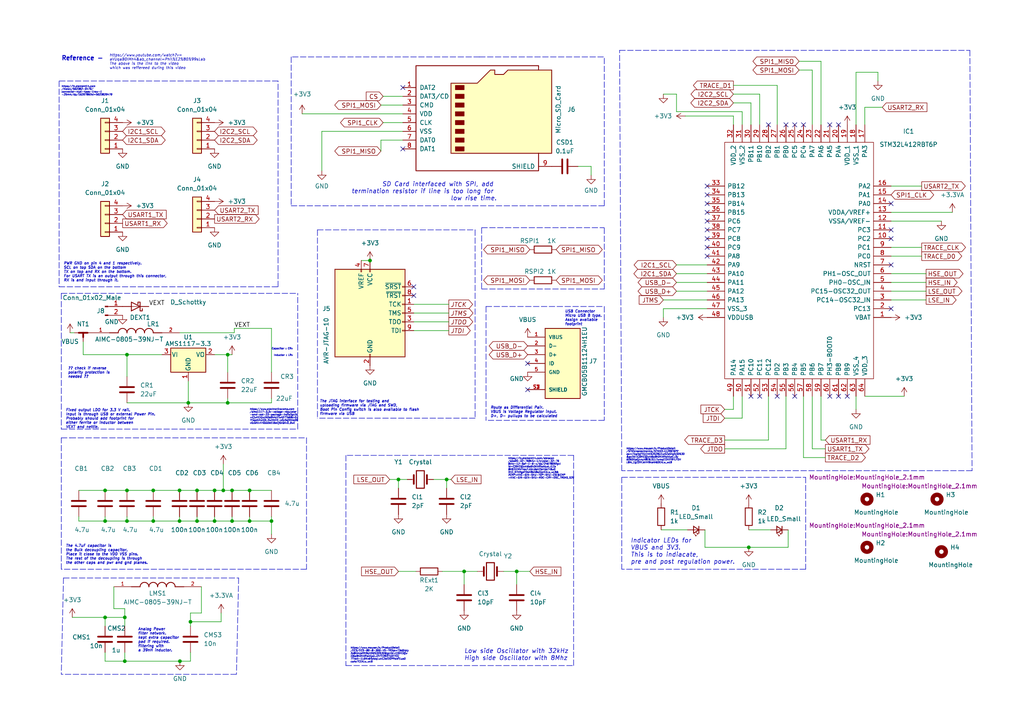
<source format=kicad_sch>
(kicad_sch (version 20211123) (generator eeschema)
  (paper "A4")
  (junction (at 52.07 151.13))
  (junction (at 57.15 142.24))
  (junction (at 64.77 142.24))
  (junction (at 67.31 142.24))
  (junction (at 57.15 151.13))
  (junction (at 62.23 151.13))
  (junction (at 36.195 179.07))
  (junction (at 30.48 179.07))
  (junction (at 129.54 139.065))
  (junction (at 52.1821 191.77))
  (junction (at 44.45 142.24))
  (junction (at 54.61 116.84))
  (junction (at 55.245 180.34))
  (junction (at 66.04 116.84))
  (junction (at 36.83 151.13))
  (junction (at 134.62 165.735))
  (junction (at 72.39 151.13))
  (junction (at 78.74 151.13))
  (junction (at 36.83 102.87))
  (junction (at 115.57 139.065))
  (junction (at 62.23 142.24))
  (junction (at 107.315 75.565))
  (junction (at 217.17 158.75))
  (junction (at 30.48 151.13))
  (junction (at 36.83 142.24))
  (junction (at 66.04 102.87))
  (junction (at 30.48 142.24))
  (junction (at 36.195 191.77))
  (junction (at 52.07 142.24))
  (junction (at 149.86 165.735))
  (junction (at 72.39 142.24))
  (junction (at 44.45 151.13))
  (junction (at 67.31 151.13))
  (no_connect (at 240.665 114.935))
  (no_connect (at 258.445 89.535))
  (no_connect (at 120.015 85.725))
  (no_connect (at 205.105 61.595))
  (no_connect (at 153.035 105.41))
  (no_connect (at 120.015 83.185))
  (no_connect (at 205.105 53.975))
  (no_connect (at 258.445 59.055))
  (no_connect (at 116.84 25.4))
  (no_connect (at 205.105 71.755))
  (no_connect (at 116.84 43.18))
  (no_connect (at 225.425 114.935))
  (no_connect (at 240.665 36.195))
  (no_connect (at 153.035 113.03))
  (no_connect (at 258.445 76.835))
  (no_connect (at 217.805 114.935))
  (no_connect (at 220.345 114.935))
  (no_connect (at 205.105 74.295))
  (no_connect (at 258.445 69.215))
  (no_connect (at 205.105 56.515))
  (no_connect (at 205.105 59.055))
  (no_connect (at 205.105 64.135))
  (no_connect (at 205.105 69.215))
  (no_connect (at 258.445 66.675))
  (no_connect (at 230.505 36.195))
  (no_connect (at 245.745 114.935))
  (no_connect (at 222.885 36.195))
  (no_connect (at 243.205 114.935))
  (no_connect (at 243.205 36.195))
  (no_connect (at 205.105 66.675))
  (no_connect (at 233.045 36.195))
  (no_connect (at 230.505 114.935))
  (no_connect (at 227.965 36.195))
  (polyline (pts (xy 137.795 121.285) (xy 92.075 121.285)))
  (wire (pts (xy 72.39 151.13) (xy 78.74 151.13)))
  (wire (pts (xy 67.31 151.13) (xy 72.39 151.13)))
  (wire (pts (xy 44.45 149.86) (xy 44.45 151.13)))
  (wire (pts (xy 66.04 102.87) (xy 66.04 107.95)))
  (polyline (pts (xy 80.645 23.495) (xy 17.145 23.495)))
  (wire (pts (xy 110.49 30.48) (xy 116.84 30.48)))
  (wire (pts (xy 250.825 36.195) (xy 250.825 31.115)))
  (polyline (pts (xy 84.455 59.69) (xy 175.26 59.69)))
  (wire (pts (xy 204.47 158.75) (xy 217.17 158.75)))
  (polyline (pts (xy 139.7 83.82) (xy 175.26 83.82)))
  (wire (pts (xy 30.48 142.24) (xy 36.83 142.24)))
  (wire (pts (xy 231.775 17.78) (xy 238.125 17.78)))
  (polyline (pts (xy 175.26 59.69) (xy 175.26 16.51)))
  (polyline (pts (xy 84.455 16.51) (xy 84.455 59.69)))
  (wire (pts (xy 36.195 179.07) (xy 36.195 181.61)))
  (wire (pts (xy 228.6 153.67) (xy 228.6 158.75)))
  (wire (pts (xy 44.45 142.24) (xy 52.07 142.24)))
  (wire (pts (xy 30.48 179.07) (xy 36.195 179.07)))
  (wire (pts (xy 212.725 114.935) (xy 212.725 118.745)))
  (wire (pts (xy 62.23 142.24) (xy 64.77 142.24)))
  (wire (pts (xy 250.825 31.115) (xy 255.905 31.115)))
  (wire (pts (xy 22.86 142.24) (xy 30.48 142.24)))
  (wire (pts (xy 192.405 92.075) (xy 192.405 89.535)))
  (wire (pts (xy 64.135 177.8) (xy 64.135 180.34)))
  (wire (pts (xy 36.83 142.24) (xy 44.45 142.24)))
  (polyline (pts (xy 140.97 88.9) (xy 175.26 88.9)))
  (wire (pts (xy 239.395 130.175) (xy 235.585 130.175)))
  (wire (pts (xy 64.135 180.34) (xy 55.245 180.34)))
  (wire (pts (xy 196.215 76.835) (xy 205.105 76.835)))
  (polyline (pts (xy 80.645 83.185) (xy 80.645 23.495)))
  (wire (pts (xy 36.83 102.87) (xy 36.83 109.22)))
  (wire (pts (xy 54.61 116.84) (xy 66.04 116.84)))
  (wire (pts (xy 167.64 48.26) (xy 171.45 48.26)))
  (wire (pts (xy 128.27 165.735) (xy 134.62 165.735)))
  (wire (pts (xy 215.265 114.935) (xy 215.265 121.285)))
  (wire (pts (xy 72.39 149.86) (xy 72.39 151.13)))
  (wire (pts (xy 134.62 165.735) (xy 138.43 165.735)))
  (wire (pts (xy 30.48 149.86) (xy 30.48 151.13)))
  (polyline (pts (xy 139.065 16.51) (xy 84.455 16.51)))
  (wire (pts (xy 115.57 139.065) (xy 115.57 141.605)))
  (wire (pts (xy 20.32 96.52) (xy 21.59 96.52)))
  (wire (pts (xy 248.285 20.955) (xy 254.635 20.955)))
  (wire (pts (xy 191.77 153.67) (xy 199.39 153.67)))
  (wire (pts (xy 93.345 49.53) (xy 93.345 38.1)))
  (wire (pts (xy 196.215 79.375) (xy 205.105 79.375)))
  (wire (pts (xy 66.04 116.84) (xy 66.04 115.57)))
  (wire (pts (xy 258.445 79.375) (xy 268.605 79.375)))
  (wire (pts (xy 62.23 149.86) (xy 62.23 151.13)))
  (polyline (pts (xy 17.145 83.185) (xy 80.645 83.185)))
  (polyline (pts (xy 180.34 138.43) (xy 180.34 165.1)))
  (wire (pts (xy 233.045 132.715) (xy 239.395 132.715)))
  (wire (pts (xy 248.285 114.935) (xy 248.285 118.745)))
  (wire (pts (xy 235.585 20.32) (xy 231.775 20.32)))
  (wire (pts (xy 217.805 29.845) (xy 217.805 36.195)))
  (wire (pts (xy 225.425 24.765) (xy 212.725 24.765)))
  (wire (pts (xy 225.425 36.195) (xy 225.425 24.765)))
  (polyline (pts (xy 18.415 167.64) (xy 17.78 195.58)))
  (polyline (pts (xy 17.78 165.1) (xy 17.78 127)))
  (wire (pts (xy 110.49 40.64) (xy 116.84 40.64)))
  (wire (pts (xy 258.445 61.595) (xy 276.225 61.595)))
  (wire (pts (xy 120.015 88.265) (xy 130.175 88.265)))
  (wire (pts (xy 36.83 116.84) (xy 54.61 116.84)))
  (wire (pts (xy 217.17 158.75) (xy 228.6 158.75)))
  (polyline (pts (xy 17.145 23.495) (xy 17.145 83.185)))
  (wire (pts (xy 62.23 102.87) (xy 66.04 102.87)))
  (wire (pts (xy 113.03 139.065) (xy 115.57 139.065)))
  (polyline (pts (xy 166.37 132.08) (xy 100.33 132.08)))
  (wire (pts (xy 57.15 149.86) (xy 57.15 151.13)))
  (wire (pts (xy 44.45 151.13) (xy 52.07 151.13)))
  (wire (pts (xy 198.755 33.655) (xy 212.725 33.655)))
  (wire (pts (xy 55.245 181.61) (xy 55.245 180.34)))
  (polyline (pts (xy 281.305 14.605) (xy 281.94 136.525)))
  (wire (pts (xy 196.215 27.305) (xy 192.405 27.305)))
  (polyline (pts (xy 175.26 88.9) (xy 175.26 121.92)))
  (wire (pts (xy 134.62 165.735) (xy 134.62 169.545)))
  (wire (pts (xy 258.445 74.295) (xy 267.335 74.295)))
  (polyline (pts (xy 100.33 132.08) (xy 100.33 134.62)))
  (polyline (pts (xy 88.9 165.1) (xy 17.78 165.1)))
  (polyline (pts (xy 92.075 66.675) (xy 137.795 66.675)))
  (wire (pts (xy 78.74 115.57) (xy 78.74 116.84)))
  (wire (pts (xy 52.07 151.13) (xy 57.15 151.13)))
  (wire (pts (xy 22.86 151.13) (xy 30.48 151.13)))
  (wire (pts (xy 22.86 149.86) (xy 22.86 151.13)))
  (wire (pts (xy 258.445 71.755) (xy 267.335 71.755)))
  (polyline (pts (xy 139.7 66.04) (xy 175.26 66.04)))
  (wire (pts (xy 104.775 75.565) (xy 107.315 75.565)))
  (wire (pts (xy 66.04 102.87) (xy 67.31 102.87)))
  (wire (pts (xy 30.48 191.77) (xy 36.195 191.77)))
  (wire (pts (xy 57.15 151.13) (xy 62.23 151.13)))
  (wire (pts (xy 52.07 142.24) (xy 57.15 142.24)))
  (wire (pts (xy 24.13 102.87) (xy 24.13 99.06)))
  (wire (pts (xy 258.445 84.455) (xy 268.605 84.455)))
  (wire (pts (xy 30.48 189.23) (xy 30.48 191.77)))
  (wire (pts (xy 120.015 93.345) (xy 130.175 93.345)))
  (wire (pts (xy 64.77 142.24) (xy 67.31 142.24)))
  (wire (pts (xy 258.445 53.975) (xy 267.335 53.975)))
  (wire (pts (xy 210.185 118.745) (xy 212.725 118.745)))
  (wire (pts (xy 210.185 121.285) (xy 215.265 121.285)))
  (wire (pts (xy 171.45 48.26) (xy 171.45 50.8)))
  (wire (pts (xy 250.825 114.935) (xy 262.255 114.935)))
  (wire (pts (xy 52.07 96.52) (xy 67.945 96.52)))
  (wire (pts (xy 196.215 32.385) (xy 196.215 27.305)))
  (wire (pts (xy 36.195 176.53) (xy 36.195 179.07)))
  (wire (pts (xy 254.635 20.955) (xy 254.635 23.495)))
  (wire (pts (xy 36.83 151.13) (xy 44.45 151.13)))
  (wire (pts (xy 192.405 89.535) (xy 205.105 89.535)))
  (wire (pts (xy 111.125 35.56) (xy 116.84 35.56)))
  (wire (pts (xy 212.725 29.845) (xy 217.805 29.845)))
  (polyline (pts (xy 233.68 165.1) (xy 180.34 165.1)))
  (polyline (pts (xy 139.065 16.51) (xy 175.26 16.51)))
  (wire (pts (xy 129.54 139.065) (xy 130.81 139.065)))
  (wire (pts (xy 30.48 151.13) (xy 36.83 151.13)))
  (wire (pts (xy 67.31 142.24) (xy 72.39 142.24)))
  (wire (pts (xy 120.015 90.805) (xy 130.175 90.805)))
  (wire (pts (xy 36.195 189.23) (xy 36.195 191.77)))
  (wire (pts (xy 78.74 95.25) (xy 78.74 107.95)))
  (wire (pts (xy 78.74 116.84) (xy 66.04 116.84)))
  (polyline (pts (xy 180.34 138.43) (xy 233.68 138.43)))
  (wire (pts (xy 72.39 142.24) (xy 78.74 142.24)))
  (polyline (pts (xy 139.7 66.04) (xy 139.7 83.82)))
  (polyline (pts (xy 175.26 121.92) (xy 140.97 121.92)))
  (wire (pts (xy 227.965 130.175) (xy 210.185 130.175)))
  (wire (pts (xy 215.265 36.195) (xy 215.265 32.385)))
  (wire (pts (xy 93.345 38.1) (xy 116.84 38.1)))
  (wire (pts (xy 115.57 139.065) (xy 118.11 139.065)))
  (wire (pts (xy 238.125 17.78) (xy 238.125 36.195)))
  (wire (pts (xy 30.48 179.07) (xy 30.48 181.61)))
  (wire (pts (xy 146.05 165.735) (xy 149.86 165.735)))
  (wire (pts (xy 235.585 36.195) (xy 235.585 20.32)))
  (wire (pts (xy 52.07 149.86) (xy 52.07 151.13)))
  (wire (pts (xy 258.445 64.135) (xy 273.05 64.135)))
  (polyline (pts (xy 166.37 193.04) (xy 166.37 132.08)))
  (wire (pts (xy 55.245 180.34) (xy 55.245 177.8)))
  (polyline (pts (xy 17.78 85.09) (xy 86.36 85.09)))
  (polyline (pts (xy 100.33 193.04) (xy 166.37 193.04)))
  (wire (pts (xy 54.61 110.49) (xy 54.61 116.84)))
  (wire (pts (xy 149.86 165.735) (xy 149.86 169.545)))
  (wire (pts (xy 233.045 114.935) (xy 233.045 132.715)))
  (wire (pts (xy 20.955 179.07) (xy 30.48 179.07)))
  (wire (pts (xy 78.74 149.86) (xy 78.74 151.13)))
  (wire (pts (xy 57.15 142.24) (xy 62.23 142.24)))
  (wire (pts (xy 33.02 170.18) (xy 33.02 176.53)))
  (wire (pts (xy 258.445 86.995) (xy 268.605 86.995)))
  (wire (pts (xy 258.445 81.915) (xy 268.605 81.915)))
  (wire (pts (xy 149.86 165.735) (xy 153.67 165.735)))
  (polyline (pts (xy 92.075 66.675) (xy 92.075 121.285)))
  (polyline (pts (xy 18.415 167.64) (xy 69.215 167.64)))
  (wire (pts (xy 125.73 139.065) (xy 129.54 139.065)))
  (wire (pts (xy 196.215 81.915) (xy 205.105 81.915)))
  (wire (pts (xy 196.215 84.455) (xy 205.105 84.455)))
  (wire (pts (xy 36.195 191.77) (xy 52.1821 191.77)))
  (wire (pts (xy 212.725 36.195) (xy 212.725 33.655)))
  (wire (pts (xy 129.54 139.065) (xy 129.54 141.605)))
  (wire (pts (xy 67.945 95.25) (xy 78.74 95.25)))
  (polyline (pts (xy 179.705 14.605) (xy 281.305 14.605)))
  (wire (pts (xy 62.23 151.13) (xy 67.31 151.13)))
  (wire (pts (xy 238.125 114.935) (xy 238.125 127.635)))
  (wire (pts (xy 248.285 36.195) (xy 248.285 20.955)))
  (wire (pts (xy 222.885 127.635) (xy 210.185 127.635)))
  (wire (pts (xy 222.885 114.935) (xy 222.885 127.635)))
  (wire (pts (xy 67.945 96.52) (xy 67.945 95.25)))
  (polyline (pts (xy 180.34 136.525) (xy 179.705 14.605)))
  (wire (pts (xy 204.47 153.67) (xy 204.47 158.75)))
  (polyline (pts (xy 88.9 127) (xy 88.9 165.1)))
  (wire (pts (xy 115.57 165.735) (xy 120.65 165.735)))
  (wire (pts (xy 110.49 43.815) (xy 110.49 40.64)))
  (polyline (pts (xy 17.78 85.09) (xy 17.78 124.46)))
  (wire (pts (xy 217.17 153.67) (xy 223.52 153.67)))
  (polyline (pts (xy 175.26 83.82) (xy 175.26 66.04)))
  (wire (pts (xy 196.215 32.385) (xy 215.265 32.385)))
  (polyline (pts (xy 69.215 167.64) (xy 68.58 195.58)))
  (wire (pts (xy 192.405 86.995) (xy 205.105 86.995)))
  (wire (pts (xy 238.125 127.635) (xy 239.395 127.635)))
  (polyline (pts (xy 86.36 124.46) (xy 86.36 85.09)))
  (wire (pts (xy 24.13 102.87) (xy 36.83 102.87)))
  (wire (pts (xy 64.77 134.62) (xy 64.77 142.24)))
  (wire (pts (xy 78.74 151.13) (xy 78.74 154.94)))
  (wire (pts (xy 52.1821 191.77) (xy 55.245 191.77)))
  (polyline (pts (xy 140.97 88.9) (xy 140.97 121.92)))
  (polyline (pts (xy 100.33 134.62) (xy 100.33 193.04)))
  (polyline (pts (xy 17.78 124.46) (xy 86.36 124.46)))
  (wire (pts (xy 220.345 27.305) (xy 212.725 27.305)))
  (wire (pts (xy 36.83 102.87) (xy 46.99 102.87)))
  (polyline (pts (xy 233.68 138.43) (xy 233.68 165.1)))
  (wire (pts (xy 111.125 27.94) (xy 116.84 27.94)))
  (polyline (pts (xy 137.795 66.675) (xy 137.795 121.285)))
  (polyline (pts (xy 20.32 127) (xy 88.9 127)))
  (wire (pts (xy 220.345 36.195) (xy 220.345 27.305)))
  (wire (pts (xy 120.015 95.885) (xy 130.175 95.885)))
  (wire (pts (xy 67.31 149.86) (xy 67.31 151.13)))
  (wire (pts (xy 87.63 33.02) (xy 116.84 33.02)))
  (wire (pts (xy 55.245 177.8) (xy 58.42 177.8)))
  (polyline (pts (xy 68.58 195.58) (xy 17.78 195.58)))
  (wire (pts (xy 33.02 176.53) (xy 36.195 176.53)))
  (wire (pts (xy 227.965 114.935) (xy 227.965 130.175)))
  (wire (pts (xy 55.245 189.23) (xy 55.245 191.77)))
  (wire (pts (xy 235.585 130.175) (xy 235.585 114.935)))
  (wire (pts (xy 36.83 149.86) (xy 36.83 151.13)))
  (wire (pts (xy 58.42 177.8) (xy 58.42 170.18)))
  (polyline (pts (xy 281.94 136.525) (xy 180.34 136.525)))
  (polyline (pts (xy 17.78 127) (xy 20.32 127)))
  (text "Fixed output LDO for 3.3 V rail.\nInput is through USB or external Power Pin.\nProbably should add footprint for \neither ferrite or inductor between \nVEXT and nettie." (at 19.05 124.46 0) (effects (font (size 0.762 0.762) italic) (justify left bottom)))
  (text "USB Connector\nMicro USB B type.\nAssign available \nfootprint" (at 163.83 94.615 0) (effects (font (size 0.762 0.762) italic) (justify left bottom)))
  (text "The JTAG interface for testing and\nuploading firmware via JTAG and SWD,\nBoot Pin Config switch is also available to flash \nfirmware via USB" (at 92.71 120.65 0) (effects (font (size 0.762 0.762) italic) (justify left bottom)))
  (text "Capacitor : CRx\n" (at 78.74 101.6 0) (effects (font (size 0.508 0.508)) (justify left bottom)))
  (text "SD Card interfaced with SPI, add \ntermination resistor if line is too long for \nlow rise time." (at 144.145 58.42 180) (effects (font (size 1.27 1.27) italic) (justify right bottom)))
  (text "?? check if reverse \npolarity protection is \nneeded ??" (at 19.685 109.855 0) (effects (font (size 0.75 0.75) italic) (justify left bottom)))
  (text "Reference - " (at 17.78 17.78 0) (effects (font (size 1.27 1.27) (thickness 0.254) bold) (justify left bottom)))
  (text "Indicator LEDs for \nVBUS and 3V3.\nThis is to indiacate,\npre and post regulation power." (at 182.88 163.83 0) (effects (font (size 1.27 1.27) italic) (justify left bottom)))
  (text "https://www.mouser.in/ProductDetail\n/STMicroelectronics/STM32L412RBT6P?\nqs=l7cgNqFNU1hh%252BU1wOZs5Xg%3D%3D\n&gclid=Cj0KCQjwkt6aBhDKARIsAAyeLJ3y\n6O6DXpGyvnyV8E9LS1LTwmqEi2KtY9YLFOH\nL8m_1gZDiKJeVH9kaAh6DEALw_wcB" (at 181.61 134.62 0) (effects (font (size 0.5 0.5) italic) (justify left bottom)))
  (text "https://in.element14.com/abracon\n/abs05-32-768khz-t/crystal-32-76\n8khz-12-5pf-1-6-x/dp/2467859?gcl\nid=Cj0KCQjwkt6aBhDKARIsAAyeLJ1Za\n8h9IXKMhFnovFJltkL6aVZbkVakTrBuO\nNVZ_SThMgdFOoH8o48aAtprEALw_wcB&\n?CMP=KNC-GIN-SKU-TOP-SKU-CSE&CMP\n=KNC-GIN-GEN-SKU-MDC-CRY-OSC_TROAS_S29" (at 147.32 139.065 0) (effects (font (size 0.5 0.5) italic) (justify left bottom)))
  (text "https://www.youtube.com/watch?v=\naVUqaB0IMh4&ab_channel=Phil%E2%80%99sLab\nThe above is the link to the video \nwhich was reffereed during this video " (at 31.75 20.32 0) (effects (font (size 0.762 0.762) (thickness 0.1016) bold italic) (justify left bottom)))
  (text "Analog Power \nfilter network.\nkept extra capacitor \npad if required.\nfiltering with \na 39nH inductor." (at 40.005 189.23 0) (effects (font (size 0.762 0.762) italic) (justify left bottom)))
  (text "Low side Oscillator with 32kHz\nHigh side Oscillator with 8Mhz" (at 134.62 191.77 0) (effects (font (size 1.27 1.27) italic) (justify left bottom)))
  (text "Route as Differential Pair.\nVBUS is Voltage Regulator input.\nD+, D- pullups to be calculated" (at 142.24 121.285 0) (effects (font (size 0.762 0.762) italic) (justify left bottom)))
  (text "https://www.mouser.in/ProductDetail\n/ECS/ECS-80-8-30Q-VS-TR?qs=T3oQrply\n3y8AmzaMN9qXDQ%3D%3D&gclid=Cj0KCQjw\nkt6aBhDKARIsAAyeLJ2VTiI393T4jAi7t4j\n7TVoN-1L0Mv6fbAeqLwkC2of2DPPoWf1uoO\ncaAo7CEALw_wcB" (at 101.6 192.405 0) (effects (font (size 0.5 0.5) italic) (justify left bottom)))
  (text "https://www.electronicscomp.com\n/ams1117-3.3v-voltage-regulator\n-smd-sot-23-package-india?gclid\n=CjwKCAjwzNOaBhAcEiwAD7Tb6BcvDJ\nTFegdkKwVjD_MuHhKM-s5xSejMhto0B\nvGzoNlv4YdbbDeElBoCjGkQAvD_BwE" (at 72.39 123.19 0) (effects (font (size 0.5 0.5) italic) (justify left bottom)))
  (text "https://in.element14.com\n/molex/502382-0470/\nconnector-rcpt-4pos-1row-1\n-25mm/dp/1620786?st=5023820470" (at 17.78 27.94 0) (effects (font (size 0.5 0.5) italic) (justify left bottom)))
  (text "Inductor : LRx\n" (at 79.375 103.505 0) (effects (font (size 0.508 0.508)) (justify left bottom)))
  (text "PWR GND on pin 4 and 1 respectively.\nSCL on top SDA on the bottom\nTX on top and RX on the bottom.\nFor USART TX is an output through this connector,\nRX is and input through it." (at 18.415 81.915 0) (effects (font (size 0.762 0.762) italic) (justify left bottom)))
  (text "The 4.7uF capacitor is \nthe Bulk decoupling capacitor.\nPlace it close to the VDD VSS pins.\nThe rest of the decoupling is through \nthe other caps and pwr and gnd planes." (at 19.05 163.83 0) (effects (font (size 0.762 0.762) italic) (justify left bottom)))
  (label "VEXT" (at 43.18 88.9 0))
  (label "VEXT" (at 67.945 95.25 0))
  (global_label "I2C2_SCL" (shape bidirectional) (at 62.23 38.1 0) (property "Intersheet References" "${INTERSHEET_REFS}" (effects hide)))
  (global_label "JTDI" (shape output) (at 130.175 95.885 0) (effects (font italic)) (property "Intersheet References" "${INTERSHEET_REFS}" (effects hide)))
  (global_label "USART2_TX" (shape input) (at 62.23 60.96 0) (property "Intersheet References" "${INTERSHEET_REFS}" (effects hide)))
  (global_label "HSE_OUT" (shape output) (at 268.605 79.375 0) (property "Intersheet References" "${INTERSHEET_REFS}" (effects hide)))
  (global_label "SPI1_MISO" (shape bidirectional) (at 161.29 72.39 0) (property "Intersheet References" "${INTERSHEET_REFS}" (effects hide)))
  (global_label "LSE_OUT" (shape input) (at 113.03 139.065 180) (property "Intersheet References" "${INTERSHEET_REFS}" (effects hide)))
  (global_label "USART1_RX" (shape output) (at 35.56 64.77 0) (property "Intersheet References" "${INTERSHEET_REFS}" (effects hide)))
  (global_label "SPI1_MOSI" (shape bidirectional) (at 161.29 81.28 0) (property "Intersheet References" "${INTERSHEET_REFS}" (effects hide)))
  (global_label "USB_D-" (shape bidirectional) (at 153.035 100.33 180) (property "Intersheet References" "${INTERSHEET_REFS}" (effects hide)))
  (global_label "JTDO" (shape output) (at 130.175 93.345 0) (effects (font italic)) (property "Intersheet References" "${INTERSHEET_REFS}" (effects hide)))
  (global_label "JTDI" (shape input) (at 210.185 121.285 180) (property "Intersheet References" "${INTERSHEET_REFS}" (effects hide)))
  (global_label "USART2_RX" (shape input) (at 255.905 31.115 0) (property "Intersheet References" "${INTERSHEET_REFS}" (effects hide)))
  (global_label "TRACE_CLK" (shape output) (at 267.335 71.755 0) (property "Intersheet References" "${INTERSHEET_REFS}" (effects hide)))
  (global_label "I2C1_SCL" (shape bidirectional) (at 196.215 76.835 180) (property "Intersheet References" "${INTERSHEET_REFS}" (effects hide)))
  (global_label "SPI1_MISO" (shape bidirectional) (at 153.67 72.39 180) (property "Intersheet References" "${INTERSHEET_REFS}" (effects hide)))
  (global_label "HSE_IN" (shape input) (at 153.67 165.735 0) (property "Intersheet References" "${INTERSHEET_REFS}" (effects hide)))
  (global_label "I2C2_SDA" (shape bidirectional) (at 212.725 29.845 180) (property "Intersheet References" "${INTERSHEET_REFS}" (effects hide)))
  (global_label "SPI1_MOSI" (shape bidirectional) (at 153.67 81.28 180) (property "Intersheet References" "${INTERSHEET_REFS}" (effects hide)))
  (global_label "USART1_RX" (shape input) (at 239.395 127.635 0) (property "Intersheet References" "${INTERSHEET_REFS}" (effects hide)))
  (global_label "SPI1_MOSI" (shape bidirectional) (at 110.49 30.48 180) (property "Intersheet References" "${INTERSHEET_REFS}" (effects hide)))
  (global_label "TRACE_D0" (shape output) (at 267.335 74.295 0) (property "Intersheet References" "${INTERSHEET_REFS}" (effects hide)))
  (global_label "USART1_TX" (shape input) (at 35.56 62.23 0) (property "Intersheet References" "${INTERSHEET_REFS}" (effects hide)))
  (global_label "USART2_TX" (shape output) (at 267.335 53.975 0) (property "Intersheet References" "${INTERSHEET_REFS}" (effects hide)))
  (global_label "JTMS" (shape input) (at 192.405 86.995 180) (property "Intersheet References" "${INTERSHEET_REFS}" (effects hide)))
  (global_label "USB_D-" (shape bidirectional) (at 196.215 81.915 180) (property "Intersheet References" "${INTERSHEET_REFS}" (effects hide)))
  (global_label "SPI1_MISO" (shape bidirectional) (at 231.775 17.78 180) (property "Intersheet References" "${INTERSHEET_REFS}" (effects hide)))
  (global_label "HSE_OUT" (shape input) (at 115.57 165.735 180) (property "Intersheet References" "${INTERSHEET_REFS}" (effects hide)))
  (global_label "CS" (shape input) (at 111.125 27.94 180) (property "Intersheet References" "${INTERSHEET_REFS}" (effects hide)))
  (global_label "JTCK" (shape output) (at 130.175 88.265 0) (effects (font italic)) (property "Intersheet References" "${INTERSHEET_REFS}" (effects hide)))
  (global_label "LSE_IN" (shape input) (at 130.81 139.065 0) (property "Intersheet References" "${INTERSHEET_REFS}" (effects hide)))
  (global_label "USB_D+" (shape bidirectional) (at 196.215 84.455 180) (property "Intersheet References" "${INTERSHEET_REFS}" (effects hide)))
  (global_label "I2C1_SCL" (shape bidirectional) (at 35.56 38.1 0) (property "Intersheet References" "${INTERSHEET_REFS}" (effects hide)))
  (global_label "TRACE_D3" (shape output) (at 210.185 127.635 180) (property "Intersheet References" "${INTERSHEET_REFS}" (effects hide)))
  (global_label "LSE_IN" (shape output) (at 268.605 86.995 0) (property "Intersheet References" "${INTERSHEET_REFS}" (effects hide)))
  (global_label "TRACE_D2" (shape output) (at 239.395 132.715 0) (property "Intersheet References" "${INTERSHEET_REFS}" (effects hide)))
  (global_label "SPI1_MOSI" (shape bidirectional) (at 231.775 20.32 180) (property "Intersheet References" "${INTERSHEET_REFS}" (effects hide)))
  (global_label "SPI1_MISO" (shape bidirectional) (at 110.49 43.815 180) (property "Intersheet References" "${INTERSHEET_REFS}" (effects hide)))
  (global_label "JTMS" (shape output) (at 130.175 90.805 0) (effects (font italic)) (property "Intersheet References" "${INTERSHEET_REFS}" (effects hide)))
  (global_label "JTCK" (shape input) (at 210.185 118.745 180) (property "Intersheet References" "${INTERSHEET_REFS}" (effects hide)))
  (global_label "SPI1_CLK" (shape bidirectional) (at 111.125 35.56 180) (property "Intersheet References" "${INTERSHEET_REFS}" (effects hide)))
  (global_label "USART2_RX" (shape output) (at 62.23 63.5 0) (property "Intersheet References" "${INTERSHEET_REFS}" (effects hide)))
  (global_label "I2C2_SDA" (shape bidirectional) (at 62.23 40.64 0) (property "Intersheet References" "${INTERSHEET_REFS}" (effects hide)))
  (global_label "HSE_IN" (shape output) (at 268.605 81.915 0) (property "Intersheet References" "${INTERSHEET_REFS}" (effects hide)))
  (global_label "USART1_TX" (shape output) (at 239.395 130.175 0) (property "Intersheet References" "${INTERSHEET_REFS}" (effects hide)))
  (global_label "TRACE_D1" (shape output) (at 212.725 24.765 180) (property "Intersheet References" "${INTERSHEET_REFS}" (effects hide)))
  (global_label "USB_D+" (shape bidirectional) (at 153.035 102.87 180) (property "Intersheet References" "${INTERSHEET_REFS}" (effects hide)))
  (global_label "SPI1_CLK" (shape bidirectional) (at 258.445 56.515 0) (property "Intersheet References" "${INTERSHEET_REFS}" (effects hide)))
  (global_label "LSE_OUT" (shape output) (at 268.605 84.455 0) (property "Intersheet References" "${INTERSHEET_REFS}" (effects hide)))
  (global_label "JTDO" (shape output) (at 210.185 130.175 180) (property "Intersheet References" "${INTERSHEET_REFS}" (effects hide)))
  (global_label "I2C1_SDA" (shape bidirectional) (at 35.56 40.64 0) (property "Intersheet References" "${INTERSHEET_REFS}" (effects hide)))
  (global_label "I2C1_SDA" (shape bidirectional) (at 196.215 79.375 180) (property "Intersheet References" "${INTERSHEET_REFS}" (effects hide)))
  (global_label "I2C2_SCL" (shape bidirectional) (at 212.725 27.305 180) (property "Intersheet References" "${INTERSHEET_REFS}" (effects hide)))
  (symbol (lib_id "power:+3V3") (at 64.77 134.62 0) (unit 1)
    (property "Reference" "#PWR0102" (effects hide))
    (property "Value" "+3V3" (at 64.77 129.54 0))
  )
  (symbol (lib_id "power:+3V3") (at 62.23 58.42 270) (unit 1)
    (property "Reference" "#PWR0110" (effects hide))
    (property "Value" "+3V3" (at 66.04 58.4199 90) (effects (justify left)))
  )
  (symbol (lib_id "Device:C") (at 134.62 173.355 0) (unit 1)
    (property "Reference" "Cl3" (at 138.43 172.0849 0) (effects (justify left)))
    (property "Value" "10pF" (at 138.43 174.6249 0) (effects (justify left)))
    (property "Footprint" "Capacitor_SMD:C_0402_1005Metric" (effects hide))
  )
  (symbol (lib_id "Device:Crystal") (at 121.92 139.065 0) (unit 1)
    (property "Reference" "Y1" (at 115.57 133.985 0))
    (property "Value" "Crystal" (at 121.92 133.985 0))
    (property "Footprint" "SamacSys_Parts:ABS05W32768KHZD2T" (effects hide))
  )
  (symbol (lib_id "Device:C") (at 44.45 146.05 0) (unit 1)
    (property "Reference" "CD1" (at 43.18 135.89 0) (effects (justify left)))
    (property "Value" "4.7u" (at 43.18 153.67 0) (effects (justify left)))
    (property "Footprint" "Capacitor_SMD:C_0402_1005Metric" (effects hide))
  )
  (symbol (lib_id "power:GND") (at 254.635 23.495 0) (unit 1)
    (property "Reference" "#PWR0137" (effects hide))
    (property "Value" "GND" (at 254.635 28.575 0))
  )
  (symbol (lib_id "Device:C") (at 78.74 111.76 0) (unit 1)
    (property "Reference" "CR3" (at 81.28 109.22 0) (effects (justify left)))
    (property "Value" "22uF" (at 80.01 115.57 0) (effects (justify left)))
    (property "Footprint" "Capacitor_SMD:C_0402_1005Metric" (effects hide))
  )
  (symbol (lib_id "Device:C") (at 30.48 146.05 0) (unit 1)
    (property "Reference" "CB2" (at 29.21 135.89 0) (effects (justify left)))
    (property "Value" "4.7u" (at 29.21 153.67 0) (effects (justify left)))
    (property "Footprint" "Capacitor_SMD:C_0805_2012Metric" (effects hide))
  )
  (symbol (lib_id "power:GND") (at 115.57 149.225 0) (unit 1)
    (property "Reference" "#PWR0118" (effects hide))
    (property "Value" "GND" (at 115.57 154.305 0))
  )
  (symbol (lib_id "Connector_Generic:Conn_01x04") (at 57.15 63.5 180) (unit 1)
    (property "Reference" "J4" (at 57.15 52.07 0))
    (property "Value" "Conn_01x04" (at 57.15 54.61 0))
    (property "Footprint" "SamacSys_Parts:502382-0470" (effects hide))
  )
  (symbol (lib_id "power:GND") (at 62.23 43.18 0) (unit 1)
    (property "Reference" "#PWR0113" (effects hide))
    (property "Value" "GND" (at 62.23 48.26 0))
  )
  (symbol (lib_id "Device:C") (at 22.86 146.05 0) (unit 1)
    (property "Reference" "CB1" (at 21.59 135.89 0) (effects (justify left)))
    (property "Value" "4.7u" (at 21.59 153.67 0) (effects (justify left)))
    (property "Footprint" "Capacitor_SMD:C_0805_2012Metric" (effects hide))
  )
  (symbol (lib_id "power:GND") (at 153.035 107.95 0) (unit 1)
    (property "Reference" "#PWR0133" (effects hide))
    (property "Value" "GND" (at 149.86 109.855 0))
  )
  (symbol (lib_id "power:VBUS") (at 191.77 146.05 0) (unit 1)
    (property "Reference" "#PWR0128" (effects hide))
    (property "Value" "VBUS" (at 191.77 140.97 0))
  )
  (symbol (lib_id "power:+3.3VA") (at 64.135 177.8 0) (unit 1)
    (property "Reference" "#PWR0103" (effects hide))
    (property "Value" "+3.3VA" (at 64.135 172.72 0))
  )
  (symbol (lib_id "power:GND") (at 134.62 177.165 0) (unit 1)
    (property "Reference" "#PWR0120" (effects hide))
    (property "Value" "GND" (at 134.62 182.245 0))
  )
  (symbol (lib_id "power:GND") (at 129.54 149.225 0) (unit 1)
    (property "Reference" "#PWR0121" (effects hide))
    (property "Value" "GND" (at 129.54 154.305 0))
  )
  (symbol (lib_id "power:GND") (at 171.45 50.8 0) (unit 1)
    (property "Reference" "#PWR0117" (effects hide))
    (property "Value" "GND" (at 171.45 55.245 0))
  )
  (symbol (lib_id "Connector_Generic:Conn_01x04") (at 57.15 40.64 180) (unit 1)
    (property "Reference" "J3" (at 57.15 29.21 0))
    (property "Value" "Conn_01x04" (at 57.15 31.75 0))
    (property "Footprint" "SamacSys_Parts:502382-0470" (effects hide))
  )
  (symbol (lib_id "power:+3V3") (at 205.105 92.075 90) (unit 1)
    (property "Reference" "#PWR0135" (effects hide))
    (property "Value" "+3V3" (at 201.295 92.0749 90) (effects (justify left)))
  )
  (symbol (lib_id "Mechanical:MountingHole") (at 271.78 144.78 0) (unit 1)
    (property "Reference" "H3" (at 274.32 143.5099 0) (effects (justify left)))
    (property "Value" "MountingHole" (at 267.97 148.59 0) (effects (justify left)))
    (property "Footprint" "MountingHole:MountingHole_2.1mm" (at 266.7 140.97 0))
  )
  (symbol (lib_id "Device:C") (at 62.23 146.05 0) (unit 1)
    (property "Reference" "CD4" (at 60.96 137.16 0) (effects (justify left)))
    (property "Value" "100n" (at 59.69 153.67 0) (effects (justify left)))
    (property "Footprint" "Capacitor_SMD:C_0402_1005Metric" (effects hide))
  )
  (symbol (lib_id "Device:R") (at 157.48 72.39 90) (unit 1)
    (property "Reference" "RSPI1" (at 153.67 69.85 90))
    (property "Value" "1K" (at 160.02 69.85 90))
    (property "Footprint" "Resistor_SMD:R_0402_1005Metric" (effects hide))
  )
  (symbol (lib_id "power:+3V3") (at 262.255 114.935 0) (unit 1)
    (property "Reference" "#PWR0123" (effects hide))
    (property "Value" "+3V3" (at 262.255 109.855 0))
  )
  (symbol (lib_id "power:GND") (at 52.1821 191.77 0) (unit 1)
    (property "Reference" "#PWR0140" (effects hide))
    (property "Value" "GND" (at 52.1821 196.85 0))
  )
  (symbol (lib_id "Device:C") (at 57.15 146.05 0) (unit 1)
    (property "Reference" "CD3" (at 55.88 137.16 0) (effects (justify left)))
    (property "Value" "100n" (at 54.61 153.67 0) (effects (justify left)))
    (property "Footprint" "Capacitor_SMD:C_0402_1005Metric" (effects hide))
  )
  (symbol (lib_id "power:+3V3") (at 67.31 102.87 0) (unit 1)
    (property "Reference" "#PWR0105" (effects hide))
    (property "Value" "+3V3" (at 67.31 97.79 0))
  )
  (symbol (lib_id "GMCB05B11124H1EU:GMCB05B11124H1EU") (at 163.195 105.41 0) (unit 1)
    (property "Reference" "J7" (at 170.815 104.775 0) (effects (justify left)))
    (property "Value" "GMCB05B11124H1EU" (at 169.545 114.935 90) (effects (justify left)))
    (property "Footprint" "GMCB05B11124H1EU (1):AMPHENOL_GMCB05B11124H1EU" (effects hide))
    (property "PARTREV" "C" (effects hide))
    (property "MAXIMUM_PACKAGE_HEIGHT" "6.7 mm" (effects hide))
    (property "MANUFACTURER" "Amphenol" (effects hide))
    (property "STANDARD" "Manufacturer Recommendations" (effects hide))
  )
  (symbol (lib_id "Mechanical:MountingHole") (at 273.05 160.02 0) (unit 1)
    (property "Reference" "H4" (at 275.59 158.7499 0) (effects (justify left)))
    (property "Value" "MountingHole" (at 269.24 163.83 0) (effects (justify left)))
    (property "Footprint" "MountingHole:MountingHole_2.1mm" (at 266.7 154.94 0))
  )
  (symbol (lib_id "power:+3V3") (at 245.745 36.195 0) (unit 1)
    (property "Reference" "#PWR0136" (effects hide))
    (property "Value" "+3V3" (at 245.745 31.115 0))
  )
  (symbol (lib_id "Device:R") (at 124.46 165.735 90) (unit 1)
    (property "Reference" "RExt1" (at 124.46 168.275 90))
    (property "Value" "2K" (at 124.46 170.815 90))
    (property "Footprint" "Resistor_SMD:R_0603_1608Metric" (effects hide))
  )
  (symbol (lib_id "Device:C") (at 67.31 146.05 0) (unit 1)
    (property "Reference" "CD5" (at 66.04 137.16 0) (effects (justify left)))
    (property "Value" "100n" (at 64.77 153.67 0) (effects (justify left)))
    (property "Footprint" "Capacitor_SMD:C_0402_1005Metric" (effects hide))
  )
  (symbol (lib_id "power:+3V3") (at 62.23 35.56 270) (unit 1)
    (property "Reference" "#PWR0111" (effects hide))
    (property "Value" "+3V3" (at 66.04 35.5599 90) (effects (justify left)))
  )
  (symbol (lib_id "power:+3V3") (at 35.56 59.69 270) (unit 1)
    (property "Reference" "#PWR0107" (effects hide))
    (property "Value" "+3V3" (at 39.37 59.6899 90) (effects (justify left)))
  )
  (symbol (lib_id "Device:C") (at 55.245 185.42 0) (unit 1)
    (property "Reference" "CMS3" (at 59.055 184.1499 0) (effects (justify left)))
    (property "Value" "10n" (at 59.055 186.6899 0) (effects (justify left)))
    (property "Footprint" "Capacitor_SMD:C_0805_2012Metric" (effects hide))
  )
  (symbol (lib_id "power:GND") (at 35.56 91.44 0) (unit 1)
    (property "Reference" "#PWR0142" (effects hide))
    (property "Value" "GND" (at 32.385 93.345 0))
  )
  (symbol (lib_id "power:GND") (at 35.56 43.18 0) (unit 1)
    (property "Reference" "#PWR0108" (effects hide))
    (property "Value" "GND" (at 35.56 48.26 0))
  )
  (symbol (lib_id "Device:Crystal") (at 142.24 165.735 0) (unit 1)
    (property "Reference" "Y2" (at 147.32 161.29 0))
    (property "Value" "Crystal" (at 142.24 160.655 0))
    (property "Footprint" "SamacSys_Parts:ECS80830QVSTR" (effects hide))
  )
  (symbol (lib_id "STM32L412RBT6P:STM32L412RBT6P") (at 258.445 92.075 180) (unit 1)
    (property "Reference" "IC1" (at 263.525 38.1 0))
    (property "Value" "STM32L412RBT6P" (at 263.525 41.91 0))
    (property "Footprint" "QFP50P1200X1200X160-64N" (effects hide))
    (property "Datasheet" "https://www.st.com/resource/en/datasheet/stm32l412c8.pdf" (effects hide))
    (property "Description" "ARM Microcontrollers - MCU" (effects hide))
    (property "Height" "1.6" (effects hide))
    (property "Mouser Part Number" "511-STM32L412RBT6P" (effects hide))
    (property "Mouser Price/Stock" "https://www.mouser.co.uk/ProductDetail/STMicroelectronics/STM32L412RBT6P?qs=l7cgNqFNU1hh%252BU1wOZs5Xg%3D%3D" (effects hide))
    (property "Manufacturer_Name" "STMicroelectronics" (effects hide))
    (property "Manufacturer_Part_Number" "STM32L412RBT6P" (effects hide))
  )
  (symbol (lib_id "power:+3.3VA") (at 276.225 61.595 0) (unit 1)
    (property "Reference" "#PWR0138" (effects hide))
    (property "Value" "+3.3VA" (at 276.225 56.515 0))
  )
  (symbol (lib_id "power:GND") (at 273.05 64.135 0) (unit 1)
    (property "Reference" "#PWR0139" (effects hide))
    (property "Value" "GND" (at 273.05 69.215 0))
  )
  (symbol (lib_id "power:GND") (at 248.285 118.745 0) (unit 1)
    (property "Reference" "#PWR0126" (effects hide))
    (property "Value" "GND" (at 248.285 123.825 0))
  )
  (symbol (lib_id "Device:C") (at 36.83 113.03 0) (unit 1)
    (property "Reference" "CR1" (at 40.64 111.76 0) (effects (justify left)))
    (property "Value" "22uF" (at 40.64 114.2999 0) (effects (justify left)))
    (property "Footprint" "Capacitor_SMD:C_0402_1005Metric" (effects hide))
  )
  (symbol (lib_id "power:+3V3") (at 87.63 33.02 0) (unit 1)
    (property "Reference" "#PWR0115" (effects hide))
    (property "Value" "+3V3" (at 87.63 27.305 0))
  )
  (symbol (lib_id "Device:NetTie_3_Tee") (at 24.13 96.52 0) (unit 1)
    (property "Reference" "NT1" (at 24.13 93.98 0))
    (property "Value" "NetTie_3_Tee" (effects hide))
    (property "Footprint" "NetTie:NetTie-3_SMD_Pad2.0mm" (effects hide))
  )
  (symbol (lib_id "Connector:Conn_01x02_Male") (at 30.48 88.9 0) (unit 1)
    (property "Reference" "J8" (at 29.21 90.17 0))
    (property "Value" "Conn_01x02_Male" (at 26.67 86.36 0))
    (property "Footprint" "Connector_PinHeader_2.54mm:PinHeader_1x02_P2.54mm_Vertical" (effects hide))
  )
  (symbol (lib_id "Connector:AVR-JTAG-10") (at 107.315 90.805 0) (unit 1)
    (property "Reference" "J5" (at 95.885 89.5349 0) (effects (justify right)))
    (property "Value" "AVR-JTAG-10" (at 94.615 92.075 90) (effects (justify right)))
    (property "Footprint" "SamacSys_Parts:FTSH10501LDVK" (effects hide))
    (property "Datasheet" " ~" (effects hide))
  )
  (symbol (lib_id "Device:LED_Small") (at 226.06 153.67 180) (unit 1)
    (property "Reference" "D2" (at 225.9965 147.32 0))
    (property "Value" "LED_Small" (at 227.33 150.495 0))
    (property "Footprint" "LED_SMD:LED_0805_2012Metric" (effects hide))
  )
  (symbol (lib_id "Mechanical:MountingHole") (at 251.46 158.75 0) (unit 1)
    (property "Reference" "H2" (at 254 157.4799 0) (effects (justify left)))
    (property "Value" "MountingHole" (at 247.65 162.56 0) (effects (justify left)))
    (property "Footprint" "MountingHole:MountingHole_2.1mm" (at 251.46 152.4 0))
  )
  (symbol (lib_id "Device:C") (at 52.07 146.05 0) (unit 1)
    (property "Reference" "CD2" (at 50.8 137.16 0) (effects (justify left)))
    (property "Value" "100n" (at 49.53 153.67 0) (effects (justify left)))
    (property "Footprint" "Capacitor_SMD:C_0402_1005Metric" (effects hide))
  )
  (symbol (lib_id "power:GND") (at 54.61 116.84 0) (unit 1)
    (property "Reference" "#PWR0141" (effects hide))
    (property "Value" "GND" (at 54.61 121.92 0))
  )
  (symbol (lib_id "Device:C") (at 115.57 145.415 0) (unit 1)
    (property "Reference" "Cl1" (at 119.38 144.1449 0) (effects (justify left)))
    (property "Value" "2pF" (at 119.38 146.6849 0) (effects (justify left)))
    (property "Footprint" "Capacitor_SMD:C_0402_1005Metric" (effects hide))
  )
  (symbol (lib_id "Device:C") (at 149.86 173.355 0) (unit 1)
    (property "Reference" "Cl4" (at 153.67 172.0849 0) (effects (justify left)))
    (property "Value" "10pF" (at 153.67 174.6249 0) (effects (justify left)))
    (property "Footprint" "Capacitor_SMD:C_0402_1005Metric" (effects hide))
  )
  (symbol (lib_id "Mechanical:MountingHole") (at 251.46 144.78 0) (unit 1)
    (property "Reference" "H1" (at 254 143.5099 0) (effects (justify left)))
    (property "Value" "MountingHole" (at 247.65 148.59 0) (effects (justify left)))
    (property "Footprint" "MountingHole:MountingHole_2.1mm" (at 251.46 138.43 0))
  )
  (symbol (lib_id "Device:D_Schottky") (at 39.37 88.9 180) (unit 1)
    (property "Reference" "DEXT1" (at 40.64 92.075 0))
    (property "Value" "D_Schottky" (at 54.61 87.63 0))
    (property "Footprint" "SamacSys_Parts:AQ120501ETG" (effects hide))
  )
  (symbol (lib_id "Device:C") (at 36.83 146.05 0) (unit 1)
    (property "Reference" "CB3" (at 35.56 135.89 0) (effects (justify left)))
    (property "Value" "4.7u" (at 35.56 153.67 0) (effects (justify left)))
    (property "Footprint" "Capacitor_SMD:C_0805_2012Metric" (effects hide))
  )
  (symbol (lib_id "power:GND") (at 192.405 27.305 0) (unit 1)
    (property "Reference" "#PWR0125" (effects hide))
    (property "Value" "GND" (effects hide))
  )
  (symbol (lib_id "Device:C") (at 30.48 185.42 0) (unit 1)
    (property "Reference" "CMS1" (at 20.955 184.785 0) (effects (justify left)))
    (property "Value" "10n" (at 26.035 187.325 0) (effects (justify left)))
    (property "Footprint" "Capacitor_SMD:C_0805_2012Metric" (effects hide))
  )
  (symbol (lib_id "Device:R") (at 157.48 81.28 90) (unit 1)
    (property "Reference" "RSPI2" (at 154.94 78.74 90))
    (property "Value" "1K" (at 160.02 78.74 90))
    (property "Footprint" "Resistor_SMD:R_0402_1005Metric" (effects hide))
  )
  (symbol (lib_id "Device:C") (at 129.54 145.415 0) (unit 1)
    (property "Reference" "Cl2" (at 133.35 144.1449 0) (effects (justify left)))
    (property "Value" "2pF" (at 133.35 146.6849 0) (effects (justify left)))
    (property "Footprint" "Capacitor_SMD:C_0402_1005Metric" (effects hide))
  )
  (symbol (lib_id "Device:C") (at 72.39 146.05 0) (unit 1)
    (property "Reference" "CD6" (at 71.12 137.16 0) (effects (justify left)))
    (property "Value" "100n" (at 69.85 153.67 0) (effects (justify left)))
    (property "Footprint" "Capacitor_SMD:C_0402_1005Metric" (effects hide))
  )
  (symbol (lib_id "Device:R") (at 191.77 149.86 0) (unit 1)
    (property "Reference" "R1" (at 194.31 148.5899 0) (effects (justify left)))
    (property "Value" "1k" (at 194.31 151.1299 0) (effects (justify left)))
    (property "Footprint" "Resistor_SMD:R_0805_2012Metric" (effects hide))
  )
  (symbol (lib_id "power:GND") (at 107.315 106.045 0) (unit 1)
    (property "Reference" "#PWR0132" (effects hide))
    (property "Value" "GND" (at 107.315 111.125 0))
  )
  (symbol (lib_id "power:+3V3") (at 107.315 75.565 0) (unit 1)
    (property "Reference" "#PWR0131" (effects hide))
    (property "Value" "+3V3" (at 107.315 70.485 0))
  )
  (symbol (lib_id "Device:LED_Small") (at 201.93 153.67 180) (unit 1)
    (property "Reference" "D1" (at 201.8665 147.32 0))
    (property "Value" "LED_Small" (at 201.8665 149.86 0))
    (property "Footprint" "LED_SMD:LED_0805_2012Metric" (effects hide))
  )
  (symbol (lib_id "Connector_Generic:Conn_01x04") (at 30.48 64.77 180) (unit 1)
    (property "Reference" "J2" (at 30.48 53.34 0))
    (property "Value" "Conn_01x04" (at 30.48 55.88 0))
    (property "Footprint" "SamacSys_Parts:502382-0470" (effects hide))
  )
  (symbol (lib_id "AIMC-0805-39NJ-T:AIMC-0805-39NJ-T") (at 45.72 170.18 0) (unit 1)
    (property "Reference" "LMS1" (at 45.72 172.085 0))
    (property "Value" "AIMC-0805-39NJ-T" (at 45.72 174.625 0))
    (property "Footprint" "AIMC-0805-39NJ-T:INDC2012X105N" (effects hide))
  )
  (symbol (lib_id "power:VBUS") (at 20.32 96.52 0) (unit 1)
    (property "Reference" "#PWR0106" (effects hide))
    (property "Value" "VBUS" (at 20.32 99.06 0))
  )
  (symbol (lib_id "Device:R") (at 217.17 149.86 0) (unit 1)
    (property "Reference" "R2" (at 219.71 148.5899 0) (effects (justify left)))
    (property "Value" "1k" (at 219.71 151.1299 0) (effects (justify left)))
    (property "Footprint" "Resistor_SMD:R_0805_2012Metric" (effects hide))
  )
  (symbol (lib_id "power:+3V3") (at 258.445 92.075 270) (unit 1)
    (property "Reference" "#PWR0122" (effects hide))
    (property "Value" "+3V3" (at 262.255 92.0749 90) (effects (justify left)))
  )
  (symbol (lib_id "power:GND") (at 35.56 67.31 0) (unit 1)
    (property "Reference" "#PWR0109" (effects hide))
    (property "Value" "GND" (at 35.56 72.39 0))
  )
  (symbol (lib_id "AIMC-0805-39NJ-T:AIMC-0805-39NJ-T") (at 39.37 96.52 0) (unit 1)
    (property "Reference" "LR1" (at 44.45 93.98 0))
    (property "Value" "AIMC-0805-39NJ-T" (at 37.465 98.425 0))
    (property "Footprint" "AIMC-0805-39NJ-T:INDC2012X105N" (effects hide))
  )
  (symbol (lib_id "Regulator_Linear:AMS1117-3.3") (at 54.61 102.87 0) (unit 1)
    (property "Reference" "U1" (at 54.61 97.79 0))
    (property "Value" "AMS1117-3.3" (at 54.61 99.695 0))
    (property "Footprint" "Package_TO_SOT_SMD:SOT-223-3_TabPin2" (effects hide))
    (property "Datasheet" "http://www.advanced-monolithic.com/pdf/ds1117.pdf" (effects hide))
  )
  (symbol (lib_id "power:+3V3") (at 198.755 33.655 90) (unit 1)
    (property "Reference" "#PWR0124" (effects hide))
    (property "Value" "+3V3" (at 194.945 33.6549 90) (effects (justify left)))
  )
  (symbol (lib_id "power:+3V3") (at 20.955 179.07 0) (unit 1)
    (property "Reference" "#PWR0104" (effects hide))
    (property "Value" "+3V3" (at 20.955 173.99 0))
  )
  (symbol (lib_id "Device:C") (at 78.74 146.05 0) (unit 1)
    (property "Reference" "CB4" (at 77.47 137.16 0) (effects (justify left)))
    (property "Value" "4.7u" (at 82.55 146.05 0) (effects (justify left)))
    (property "Footprint" "Capacitor_SMD:C_0805_2012Metric" (effects hide))
  )
  (symbol (lib_id "power:GND") (at 217.17 158.75 0) (unit 1)
    (property "Reference" "#PWR0127" (effects hide))
    (property "Value" "GND" (at 217.17 163.83 0))
  )
  (symbol (lib_id "power:GND") (at 149.86 177.165 0) (unit 1)
    (property "Reference" "#PWR0119" (effects hide))
    (property "Value" "GND" (at 149.86 182.245 0))
  )
  (symbol (lib_id "power:GND") (at 192.405 92.075 0) (unit 1)
    (property "Reference" "#PWR0134" (effects hide))
    (property "Value" "GND" (at 192.405 97.155 0))
  )
  (symbol (lib_id "power:+3V3") (at 217.17 146.05 0) (unit 1)
    (property "Reference" "#PWR0129" (effects hide))
    (property "Value" "+3V3" (at 217.17 140.97 0))
  )
  (symbol (lib_id "power:VBUS") (at 153.035 97.79 0) (unit 1)
    (property "Reference" "#PWR0130" (effects hide))
    (property "Value" "VBUS" (at 153.035 92.71 0))
  )
  (symbol (lib_id "Device:C") (at 66.04 111.76 0) (unit 1)
    (property "Reference" "CR2" (at 69.85 110.4899 0) (effects (justify left)))
    (property "Value" "22uF" (at 69.85 113.0299 0) (effects (justify left)))
    (property "Footprint" "Capacitor_SMD:C_0402_1005Metric" (effects hide))
  )
  (symbol (lib_id "Connector:Micro_SD_Card") (at 139.7 33.02 0) (unit 1)
    (property "Reference" "J6" (at 165.735 31.75 0))
    (property "Value" "Micro_SD_Card" (at 161.925 31.75 90))
    (property "Footprint" "SamacSys_Parts:693072010801" (effects hide))
    (property "Datasheet" "http://katalog.we-online.de/em/datasheet/693072010801.pdf" (effects hide))
  )
  (symbol (lib_id "Device:C") (at 36.195 185.42 0) (unit 1)
    (property "Reference" "CMS2" (at 31.115 182.245 0) (effects (justify left)))
    (property "Value" "1u" (at 32.385 188.595 0) (effects (justify left)))
    (property "Footprint" "Capacitor_SMD:C_0805_2012Metric" (effects hide))
  )
  (symbol (lib_id "power:+3V3") (at 35.56 35.56 270) (unit 1)
    (property "Reference" "#PWR0114" (effects hide))
    (property "Value" "+3V3" (at 39.37 35.5599 90) (effects (justify left)))
  )
  (symbol (lib_id "Connector_Generic:Conn_01x04") (at 30.48 40.64 180) (unit 1)
    (property "Reference" "J1" (at 30.48 29.21 0))
    (property "Value" "Conn_01x04" (at 30.48 31.75 0))
    (property "Footprint" "SamacSys_Parts:502382-0470" (effects hide))
  )
  (symbol (lib_id "Device:C") (at 163.83 48.26 90) (unit 1)
    (property "Reference" "CSD1" (at 163.83 41.275 90))
    (property "Value" "0.1uF" (at 163.83 43.815 90))
    (property "Footprint" "Capacitor_SMD:C_0402_1005Metric" (effects hide))
  )
  (symbol (lib_id "power:GND") (at 93.345 49.53 0) (unit 1)
    (property "Reference" "#PWR0116" (effects hide))
    (property "Value" "GND" (at 93.345 53.975 0))
  )
  (symbol (lib_id "power:GND") (at 62.23 66.04 0) (unit 1)
    (property "Reference" "#PWR0112" (effects hide))
    (property "Value" "GND" (at 62.23 71.12 0))
  )
  (symbol (lib_id "power:GND") (at 78.74 154.94 0) (unit 1)
    (property "Reference" "#PWR0101" (effects hide))
    (property "Value" "GND" (at 78.74 160.02 0))
  )
)
</source>
